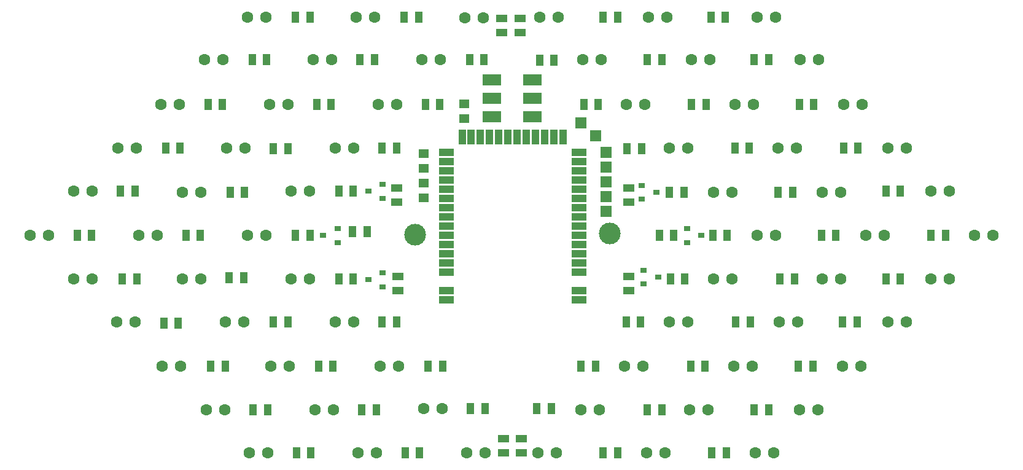
<source format=gbs>
%TF.GenerationSoftware,KiCad,Pcbnew,5.1.7-a382d34a8~87~ubuntu20.04.1*%
%TF.CreationDate,2020-10-15T10:11:22+03:00*%
%TF.ProjectId,BL_PCB_latest,424c5f50-4342-45f6-9c61-746573742e6b,rev?*%
%TF.SameCoordinates,Original*%
%TF.FileFunction,Soldermask,Bot*%
%TF.FilePolarity,Negative*%
%FSLAX46Y46*%
G04 Gerber Fmt 4.6, Leading zero omitted, Abs format (unit mm)*
G04 Created by KiCad (PCBNEW 5.1.7-a382d34a8~87~ubuntu20.04.1) date 2020-10-15 10:11:22*
%MOMM*%
%LPD*%
G01*
G04 APERTURE LIST*
%ADD10R,0.900000X0.800000*%
%ADD11R,1.524000X1.524000*%
%ADD12R,2.540000X1.524000*%
%ADD13R,1.470000X1.160000*%
%ADD14R,2.000000X1.000000*%
%ADD15R,1.000000X2.000000*%
%ADD16R,1.000000X1.550000*%
%ADD17R,1.550000X1.000000*%
%ADD18C,1.600000*%
%ADD19C,3.000000*%
G04 APERTURE END LIST*
D10*
%TO.C,Q5*%
X133239000Y-70485000D03*
X135239000Y-71435000D03*
X135239000Y-69535000D03*
%TD*%
%TO.C,Q4*%
X127016000Y-64389000D03*
X129016000Y-65339000D03*
X129016000Y-63439000D03*
%TD*%
%TO.C,Q6*%
X133239000Y-58293000D03*
X135239000Y-59243000D03*
X135239000Y-57343000D03*
%TD*%
%TO.C,Q2*%
X173212000Y-70104000D03*
X171212000Y-69154000D03*
X171212000Y-71054000D03*
%TD*%
%TO.C,Q3*%
X179181000Y-64389000D03*
X177181000Y-63439000D03*
X177181000Y-65339000D03*
%TD*%
%TO.C,Q1*%
X172958000Y-58420000D03*
X170958000Y-57470000D03*
X170958000Y-59370000D03*
%TD*%
D11*
%TO.C,*%
X165989000Y-52959000D03*
%TD*%
%TO.C,*%
X165989000Y-54991000D03*
%TD*%
%TO.C,*%
X165989000Y-57023000D03*
%TD*%
%TO.C,*%
X165989000Y-59055000D03*
%TD*%
%TO.C,*%
X165989000Y-61087000D03*
%TD*%
%TO.C,*%
X162560000Y-48895000D03*
%TD*%
%TO.C,*%
X164592000Y-50673000D03*
%TD*%
D12*
%TO.C,J2*%
X150241000Y-48006000D03*
X150241000Y-45466000D03*
X150241000Y-42926000D03*
X155829000Y-42926000D03*
X155829000Y-45466000D03*
X155829000Y-48006000D03*
%TD*%
D13*
%TO.C,L1*%
X140843000Y-55118000D03*
X140843000Y-53086000D03*
%TD*%
%TO.C,C7*%
X140843000Y-59182000D03*
X140843000Y-57150000D03*
%TD*%
%TO.C,C8*%
X146431000Y-46228000D03*
X146431000Y-48260000D03*
%TD*%
D14*
%TO.C,U1*%
X144018000Y-54229000D03*
X144018000Y-55499000D03*
X144018000Y-56769000D03*
X144018000Y-58039000D03*
X144018000Y-59309000D03*
X144018000Y-60579000D03*
X144018000Y-61849000D03*
X144018000Y-63119000D03*
X144018000Y-64389000D03*
X144018000Y-65659000D03*
X144018000Y-66929000D03*
X144018000Y-68199000D03*
X144018000Y-69469000D03*
X144018000Y-52959000D03*
X144018000Y-72009000D03*
X144018000Y-73279000D03*
X162306000Y-54229000D03*
X162306000Y-55499000D03*
X162306000Y-56769000D03*
X162306000Y-58039000D03*
X162306000Y-59309000D03*
X162306000Y-60579000D03*
X162306000Y-61849000D03*
X162306000Y-63119000D03*
X162306000Y-64389000D03*
X162306000Y-65659000D03*
X162306000Y-66929000D03*
X162306000Y-68199000D03*
X162306000Y-69469000D03*
X162306000Y-52959000D03*
X162306000Y-72009000D03*
X162306000Y-73279000D03*
D15*
X146177000Y-50802000D03*
X147434000Y-50802000D03*
X148704000Y-50802000D03*
X149974000Y-50802000D03*
X151244000Y-50802000D03*
X152514000Y-50802000D03*
X153784000Y-50802000D03*
X155054000Y-50802000D03*
X156324000Y-50802000D03*
X157594000Y-50802000D03*
X158864000Y-50802000D03*
X160134000Y-50802000D03*
%TD*%
D16*
%TO.C,R34*%
X158480000Y-88265000D03*
X156480000Y-88265000D03*
%TD*%
%TO.C,R33*%
X164576000Y-82423000D03*
X162576000Y-82423000D03*
%TD*%
%TO.C,R32*%
X170799000Y-76327000D03*
X168799000Y-76327000D03*
%TD*%
%TO.C,R31*%
X176895000Y-70358000D03*
X174895000Y-70358000D03*
%TD*%
%TO.C,R30*%
X182737000Y-64389000D03*
X180737000Y-64389000D03*
%TD*%
%TO.C,R29*%
X176768000Y-58420000D03*
X174768000Y-58420000D03*
%TD*%
%TO.C,R28*%
X170926000Y-52451000D03*
X168926000Y-52451000D03*
%TD*%
%TO.C,R36*%
X175371000Y-64389000D03*
X173371000Y-64389000D03*
%TD*%
D17*
%TO.C,R35*%
X154305000Y-94345000D03*
X154305000Y-92345000D03*
%TD*%
D16*
%TO.C,R27*%
X164957000Y-46355000D03*
X162957000Y-46355000D03*
%TD*%
%TO.C,R26*%
X158861000Y-40259000D03*
X156861000Y-40259000D03*
%TD*%
D17*
%TO.C,R25*%
X154178000Y-34433000D03*
X154178000Y-36433000D03*
%TD*%
%TO.C,R48*%
X151638000Y-34433000D03*
X151638000Y-36433000D03*
%TD*%
D16*
%TO.C,R37*%
X131080000Y-63881000D03*
X133080000Y-63881000D03*
%TD*%
D17*
%TO.C,R38*%
X151892000Y-94345000D03*
X151892000Y-92345000D03*
%TD*%
D16*
%TO.C,R39*%
X147336000Y-88265000D03*
X149336000Y-88265000D03*
%TD*%
%TO.C,R40*%
X141494000Y-82423000D03*
X143494000Y-82423000D03*
%TD*%
%TO.C,R41*%
X135144000Y-76327000D03*
X137144000Y-76327000D03*
%TD*%
%TO.C,R42*%
X129175000Y-70358000D03*
X131175000Y-70358000D03*
%TD*%
%TO.C,R43*%
X123206000Y-64389000D03*
X125206000Y-64389000D03*
%TD*%
%TO.C,R44*%
X129175000Y-58293000D03*
X131175000Y-58293000D03*
%TD*%
%TO.C,R45*%
X135144000Y-52324000D03*
X137144000Y-52324000D03*
%TD*%
%TO.C,R46*%
X141113000Y-46355000D03*
X143113000Y-46355000D03*
%TD*%
%TO.C,R47*%
X147209000Y-40132000D03*
X149209000Y-40132000D03*
%TD*%
D17*
%TO.C,R49*%
X137287000Y-69993000D03*
X137287000Y-71993000D03*
%TD*%
D16*
%TO.C,R50*%
X138319000Y-94361000D03*
X140319000Y-94361000D03*
%TD*%
%TO.C,R51*%
X132350000Y-88392000D03*
X134350000Y-88392000D03*
%TD*%
%TO.C,R52*%
X126381000Y-82423000D03*
X128381000Y-82423000D03*
%TD*%
%TO.C,R53*%
X120158000Y-76327000D03*
X122158000Y-76327000D03*
%TD*%
%TO.C,R54*%
X114062000Y-70231000D03*
X116062000Y-70231000D03*
%TD*%
%TO.C,R55*%
X108093000Y-64389000D03*
X110093000Y-64389000D03*
%TD*%
%TO.C,R56*%
X114189000Y-58420000D03*
X116189000Y-58420000D03*
%TD*%
%TO.C,R57*%
X120158000Y-52451000D03*
X122158000Y-52451000D03*
%TD*%
%TO.C,R58*%
X126127000Y-46355000D03*
X128127000Y-46355000D03*
%TD*%
%TO.C,R59*%
X132096000Y-40132000D03*
X134096000Y-40132000D03*
%TD*%
%TO.C,R60*%
X138192000Y-34290000D03*
X140192000Y-34290000D03*
%TD*%
D17*
%TO.C,R61*%
X137160000Y-57801000D03*
X137160000Y-59801000D03*
%TD*%
D16*
%TO.C,R62*%
X123333000Y-94361000D03*
X125333000Y-94361000D03*
%TD*%
%TO.C,R63*%
X117364000Y-88392000D03*
X119364000Y-88392000D03*
%TD*%
%TO.C,R64*%
X111522000Y-82423000D03*
X113522000Y-82423000D03*
%TD*%
%TO.C,R65*%
X105045000Y-76454000D03*
X107045000Y-76454000D03*
%TD*%
%TO.C,R66*%
X99330000Y-70358000D03*
X101330000Y-70358000D03*
%TD*%
%TO.C,R67*%
X93107000Y-64389000D03*
X95107000Y-64389000D03*
%TD*%
%TO.C,R68*%
X99076000Y-58293000D03*
X101076000Y-58293000D03*
%TD*%
%TO.C,R69*%
X105299000Y-52324000D03*
X107299000Y-52324000D03*
%TD*%
%TO.C,R70*%
X111141000Y-46355000D03*
X113141000Y-46355000D03*
%TD*%
%TO.C,R71*%
X117237000Y-40132000D03*
X119237000Y-40132000D03*
%TD*%
%TO.C,R72*%
X123206000Y-34290000D03*
X125206000Y-34290000D03*
%TD*%
%TO.C,R2*%
X188452000Y-40132000D03*
X186452000Y-40132000D03*
%TD*%
D17*
%TO.C,R12*%
X169164000Y-57801000D03*
X169164000Y-59801000D03*
%TD*%
D16*
%TO.C,R11*%
X182610000Y-94361000D03*
X180610000Y-94361000D03*
%TD*%
%TO.C,R10*%
X188452000Y-88392000D03*
X186452000Y-88392000D03*
%TD*%
%TO.C,R9*%
X194548000Y-82423000D03*
X192548000Y-82423000D03*
%TD*%
%TO.C,R8*%
X200644000Y-76327000D03*
X198644000Y-76327000D03*
%TD*%
%TO.C,R7*%
X206613000Y-70358000D03*
X204613000Y-70358000D03*
%TD*%
%TO.C,R6*%
X212836000Y-64389000D03*
X210836000Y-64389000D03*
%TD*%
%TO.C,R5*%
X206613000Y-58293000D03*
X204613000Y-58293000D03*
%TD*%
%TO.C,R4*%
X200771000Y-52324000D03*
X198771000Y-52324000D03*
%TD*%
%TO.C,R1*%
X182483000Y-34290000D03*
X180483000Y-34290000D03*
%TD*%
%TO.C,R3*%
X194675000Y-46355000D03*
X192675000Y-46355000D03*
%TD*%
D17*
%TO.C,R13*%
X169164000Y-69993000D03*
X169164000Y-71993000D03*
%TD*%
D16*
%TO.C,R14*%
X167624000Y-94361000D03*
X165624000Y-94361000D03*
%TD*%
%TO.C,R15*%
X173720000Y-88392000D03*
X171720000Y-88392000D03*
%TD*%
%TO.C,R16*%
X179689000Y-82423000D03*
X177689000Y-82423000D03*
%TD*%
%TO.C,R17*%
X185912000Y-76327000D03*
X183912000Y-76327000D03*
%TD*%
%TO.C,R18*%
X192008000Y-70358000D03*
X190008000Y-70358000D03*
%TD*%
%TO.C,R19*%
X197723000Y-64389000D03*
X195723000Y-64389000D03*
%TD*%
%TO.C,R20*%
X191754000Y-58420000D03*
X189754000Y-58420000D03*
%TD*%
%TO.C,R21*%
X185785000Y-52324000D03*
X183785000Y-52324000D03*
%TD*%
%TO.C,R22*%
X179816000Y-46355000D03*
X177816000Y-46355000D03*
%TD*%
%TO.C,R23*%
X173720000Y-40132000D03*
X171720000Y-40132000D03*
%TD*%
%TO.C,R24*%
X167624000Y-34290000D03*
X165624000Y-34290000D03*
%TD*%
D18*
%TO.C,LED30*%
X177292000Y-76327000D03*
X174752000Y-76327000D03*
%TD*%
%TO.C,LED23*%
X159385000Y-34290000D03*
X156845000Y-34290000D03*
%TD*%
%TO.C,LED24*%
X165354000Y-40132000D03*
X162814000Y-40132000D03*
%TD*%
%TO.C,LED25*%
X171323000Y-46355000D03*
X168783000Y-46355000D03*
%TD*%
%TO.C,LED26*%
X177292000Y-52324000D03*
X174752000Y-52324000D03*
%TD*%
%TO.C,LED27*%
X183388000Y-58420000D03*
X180848000Y-58420000D03*
%TD*%
%TO.C,LED28*%
X189357000Y-64389000D03*
X186817000Y-64389000D03*
%TD*%
%TO.C,LED29*%
X183388000Y-70358000D03*
X180848000Y-70358000D03*
%TD*%
%TO.C,LED31*%
X171069000Y-82423000D03*
X168529000Y-82423000D03*
%TD*%
%TO.C,LED32*%
X165100000Y-88392000D03*
X162560000Y-88392000D03*
%TD*%
%TO.C,LED33*%
X159131000Y-94361000D03*
X156591000Y-94361000D03*
%TD*%
%TO.C,LED34*%
X146812000Y-94361000D03*
X149352000Y-94361000D03*
%TD*%
%TO.C,LED35*%
X140843000Y-88265000D03*
X143383000Y-88265000D03*
%TD*%
%TO.C,LED36*%
X134874000Y-82423000D03*
X137414000Y-82423000D03*
%TD*%
%TO.C,LED37*%
X128651000Y-76327000D03*
X131191000Y-76327000D03*
%TD*%
%TO.C,LED38*%
X122555000Y-70358000D03*
X125095000Y-70358000D03*
%TD*%
%TO.C,LED39*%
X116586000Y-64389000D03*
X119126000Y-64389000D03*
%TD*%
%TO.C,LED40*%
X122555000Y-58293000D03*
X125095000Y-58293000D03*
%TD*%
%TO.C,LED41*%
X128651000Y-52324000D03*
X131191000Y-52324000D03*
%TD*%
%TO.C,LED42*%
X134620000Y-46355000D03*
X137160000Y-46355000D03*
%TD*%
%TO.C,LED43*%
X140589000Y-40132000D03*
X143129000Y-40132000D03*
%TD*%
%TO.C,LED44*%
X146558000Y-34417000D03*
X149098000Y-34417000D03*
%TD*%
%TO.C,LED45*%
X131826000Y-94361000D03*
X134366000Y-94361000D03*
%TD*%
%TO.C,LED46*%
X125857000Y-88392000D03*
X128397000Y-88392000D03*
%TD*%
%TO.C,LED47*%
X119761000Y-82423000D03*
X122301000Y-82423000D03*
%TD*%
%TO.C,LED48*%
X113538000Y-76327000D03*
X116078000Y-76327000D03*
%TD*%
%TO.C,LED49*%
X107569000Y-70358000D03*
X110109000Y-70358000D03*
%TD*%
%TO.C,LED50*%
X101600000Y-64389000D03*
X104140000Y-64389000D03*
%TD*%
%TO.C,LED51*%
X107569000Y-58420000D03*
X110109000Y-58420000D03*
%TD*%
%TO.C,LED52*%
X113665000Y-52324000D03*
X116205000Y-52324000D03*
%TD*%
%TO.C,LED53*%
X119634000Y-46355000D03*
X122174000Y-46355000D03*
%TD*%
%TO.C,LED54*%
X125603000Y-40132000D03*
X128143000Y-40132000D03*
%TD*%
%TO.C,LED55*%
X131572000Y-34290000D03*
X134112000Y-34290000D03*
%TD*%
%TO.C,LED56*%
X116840000Y-94361000D03*
X119380000Y-94361000D03*
%TD*%
%TO.C,LED57*%
X110871000Y-88392000D03*
X113411000Y-88392000D03*
%TD*%
%TO.C,LED58*%
X104775000Y-82423000D03*
X107315000Y-82423000D03*
%TD*%
%TO.C,LED59*%
X98552000Y-76327000D03*
X101092000Y-76327000D03*
%TD*%
%TO.C,LED60*%
X92583000Y-70358000D03*
X95123000Y-70358000D03*
%TD*%
%TO.C,LED61*%
X86614000Y-64389000D03*
X89154000Y-64389000D03*
%TD*%
%TO.C,LED62*%
X92583000Y-58293000D03*
X95123000Y-58293000D03*
%TD*%
%TO.C,LED63*%
X98679000Y-52324000D03*
X101219000Y-52324000D03*
%TD*%
%TO.C,LED64*%
X104648000Y-46355000D03*
X107188000Y-46355000D03*
%TD*%
%TO.C,LED65*%
X110617000Y-40132000D03*
X113157000Y-40132000D03*
%TD*%
%TO.C,LED66*%
X116586000Y-34290000D03*
X119126000Y-34290000D03*
%TD*%
%TO.C,LED7*%
X213360000Y-70358000D03*
X210820000Y-70358000D03*
%TD*%
%TO.C,LED2*%
X195326000Y-40132000D03*
X192786000Y-40132000D03*
%TD*%
%TO.C,LED10*%
X195199000Y-88392000D03*
X192659000Y-88392000D03*
%TD*%
%TO.C,LED9*%
X201168000Y-82423000D03*
X198628000Y-82423000D03*
%TD*%
%TO.C,LED8*%
X207391000Y-76327000D03*
X204851000Y-76327000D03*
%TD*%
%TO.C,LED11*%
X189103000Y-94361000D03*
X186563000Y-94361000D03*
%TD*%
%TO.C,LED6*%
X219329000Y-64389000D03*
X216789000Y-64389000D03*
%TD*%
%TO.C,LED5*%
X213360000Y-58293000D03*
X210820000Y-58293000D03*
%TD*%
%TO.C,LED4*%
X207391000Y-52324000D03*
X204851000Y-52324000D03*
%TD*%
%TO.C,LED3*%
X201295000Y-46355000D03*
X198755000Y-46355000D03*
%TD*%
%TO.C,LED1*%
X189357000Y-34290000D03*
X186817000Y-34290000D03*
%TD*%
%TO.C,LED12*%
X174117000Y-94361000D03*
X171577000Y-94361000D03*
%TD*%
%TO.C,LED13*%
X180086000Y-88392000D03*
X177546000Y-88392000D03*
%TD*%
%TO.C,LED14*%
X186182000Y-82423000D03*
X183642000Y-82423000D03*
%TD*%
%TO.C,LED15*%
X192405000Y-76327000D03*
X189865000Y-76327000D03*
%TD*%
%TO.C,LED16*%
X198374000Y-70358000D03*
X195834000Y-70358000D03*
%TD*%
%TO.C,LED17*%
X204343000Y-64389000D03*
X201803000Y-64389000D03*
%TD*%
%TO.C,LED18*%
X198374000Y-58420000D03*
X195834000Y-58420000D03*
%TD*%
%TO.C,LED19*%
X192278000Y-52324000D03*
X189738000Y-52324000D03*
%TD*%
%TO.C,LED20*%
X186309000Y-46355000D03*
X183769000Y-46355000D03*
%TD*%
%TO.C,LED21*%
X180340000Y-40132000D03*
X177800000Y-40132000D03*
%TD*%
%TO.C,LED22*%
X174371000Y-34290000D03*
X171831000Y-34290000D03*
%TD*%
D19*
%TO.C,*%
X139700000Y-64262000D03*
%TD*%
%TO.C,*%
X166497000Y-64135000D03*
%TD*%
M02*

</source>
